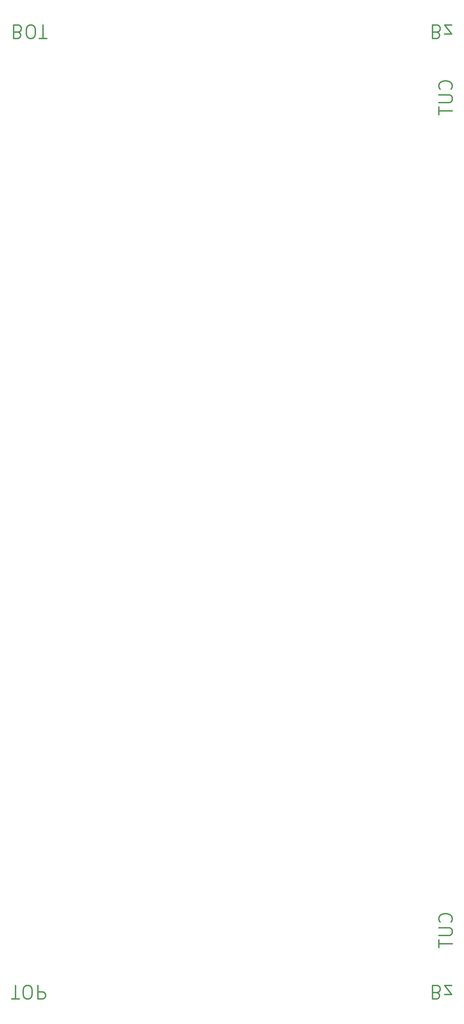
<source format=gbr>
%TF.GenerationSoftware,KiCad,Pcbnew,7.0.1-3b83917a11~172~ubuntu22.04.1*%
%TF.CreationDate,2023-12-10T14:17:30-05:00*%
%TF.ProjectId,coil_template_second,636f696c-5f74-4656-9d70-6c6174655f73,rev?*%
%TF.SameCoordinates,Original*%
%TF.FileFunction,Legend,Bot*%
%TF.FilePolarity,Positive*%
%FSLAX46Y46*%
G04 Gerber Fmt 4.6, Leading zero omitted, Abs format (unit mm)*
G04 Created by KiCad (PCBNEW 7.0.1-3b83917a11~172~ubuntu22.04.1) date 2023-12-10 14:17:30*
%MOMM*%
%LPD*%
G01*
G04 APERTURE LIST*
%ADD10C,2.000000*%
G04 APERTURE END LIST*
D10*
X732347619Y-1356190476D02*
X733300000Y-1355238095D01*
X733300000Y-1355238095D02*
X734252380Y-1352380952D01*
X734252380Y-1352380952D02*
X734252380Y-1350476190D01*
X734252380Y-1350476190D02*
X733300000Y-1347619047D01*
X733300000Y-1347619047D02*
X731395238Y-1345714285D01*
X731395238Y-1345714285D02*
X729490476Y-1344761904D01*
X729490476Y-1344761904D02*
X725680952Y-1343809523D01*
X725680952Y-1343809523D02*
X722823809Y-1343809523D01*
X722823809Y-1343809523D02*
X719014285Y-1344761904D01*
X719014285Y-1344761904D02*
X717109523Y-1345714285D01*
X717109523Y-1345714285D02*
X715204761Y-1347619047D01*
X715204761Y-1347619047D02*
X714252380Y-1350476190D01*
X714252380Y-1350476190D02*
X714252380Y-1352380952D01*
X714252380Y-1352380952D02*
X715204761Y-1355238095D01*
X715204761Y-1355238095D02*
X716157142Y-1356190476D01*
X714252380Y-1364761904D02*
X730442857Y-1364761904D01*
X730442857Y-1364761904D02*
X732347619Y-1365714285D01*
X732347619Y-1365714285D02*
X733300000Y-1366666666D01*
X733300000Y-1366666666D02*
X734252380Y-1368571428D01*
X734252380Y-1368571428D02*
X734252380Y-1372380952D01*
X734252380Y-1372380952D02*
X733300000Y-1374285714D01*
X733300000Y-1374285714D02*
X732347619Y-1375238095D01*
X732347619Y-1375238095D02*
X730442857Y-1376190476D01*
X730442857Y-1376190476D02*
X714252380Y-1376190476D01*
X714252380Y-1382857142D02*
X714252380Y-1394285714D01*
X734252380Y-1388571428D02*
X714252380Y-1388571428D01*
X711428571Y-31223809D02*
X714285714Y-30271428D01*
X714285714Y-30271428D02*
X715238095Y-29319047D01*
X715238095Y-29319047D02*
X716190476Y-27414285D01*
X716190476Y-27414285D02*
X716190476Y-24557142D01*
X716190476Y-24557142D02*
X715238095Y-22652380D01*
X715238095Y-22652380D02*
X714285714Y-21700000D01*
X714285714Y-21700000D02*
X712380952Y-20747619D01*
X712380952Y-20747619D02*
X704761904Y-20747619D01*
X704761904Y-20747619D02*
X704761904Y-40747619D01*
X704761904Y-40747619D02*
X711428571Y-40747619D01*
X711428571Y-40747619D02*
X713333333Y-39795238D01*
X713333333Y-39795238D02*
X714285714Y-38842857D01*
X714285714Y-38842857D02*
X715238095Y-36938095D01*
X715238095Y-36938095D02*
X715238095Y-35033333D01*
X715238095Y-35033333D02*
X714285714Y-33128571D01*
X714285714Y-33128571D02*
X713333333Y-32176190D01*
X713333333Y-32176190D02*
X711428571Y-31223809D01*
X711428571Y-31223809D02*
X704761904Y-31223809D01*
X722857142Y-34080952D02*
X733333333Y-34080952D01*
X733333333Y-34080952D02*
X722857142Y-20747619D01*
X722857142Y-20747619D02*
X733333333Y-20747619D01*
X732347619Y-116190476D02*
X733300000Y-115238095D01*
X733300000Y-115238095D02*
X734252380Y-112380952D01*
X734252380Y-112380952D02*
X734252380Y-110476190D01*
X734252380Y-110476190D02*
X733300000Y-107619047D01*
X733300000Y-107619047D02*
X731395238Y-105714285D01*
X731395238Y-105714285D02*
X729490476Y-104761904D01*
X729490476Y-104761904D02*
X725680952Y-103809523D01*
X725680952Y-103809523D02*
X722823809Y-103809523D01*
X722823809Y-103809523D02*
X719014285Y-104761904D01*
X719014285Y-104761904D02*
X717109523Y-105714285D01*
X717109523Y-105714285D02*
X715204761Y-107619047D01*
X715204761Y-107619047D02*
X714252380Y-110476190D01*
X714252380Y-110476190D02*
X714252380Y-112380952D01*
X714252380Y-112380952D02*
X715204761Y-115238095D01*
X715204761Y-115238095D02*
X716157142Y-116190476D01*
X714252380Y-124761904D02*
X730442857Y-124761904D01*
X730442857Y-124761904D02*
X732347619Y-125714285D01*
X732347619Y-125714285D02*
X733300000Y-126666666D01*
X733300000Y-126666666D02*
X734252380Y-128571428D01*
X734252380Y-128571428D02*
X734252380Y-132380952D01*
X734252380Y-132380952D02*
X733300000Y-134285714D01*
X733300000Y-134285714D02*
X732347619Y-135238095D01*
X732347619Y-135238095D02*
X730442857Y-136190476D01*
X730442857Y-136190476D02*
X714252380Y-136190476D01*
X714252380Y-142857142D02*
X714252380Y-154285714D01*
X734252380Y-148571428D02*
X714252380Y-148571428D01*
X76904761Y-1470747619D02*
X88333333Y-1470747619D01*
X82619047Y-1450747619D02*
X82619047Y-1470747619D01*
X98809523Y-1470747619D02*
X102619047Y-1470747619D01*
X102619047Y-1470747619D02*
X104523809Y-1469795238D01*
X104523809Y-1469795238D02*
X106428571Y-1467890476D01*
X106428571Y-1467890476D02*
X107380952Y-1464080952D01*
X107380952Y-1464080952D02*
X107380952Y-1457414285D01*
X107380952Y-1457414285D02*
X106428571Y-1453604761D01*
X106428571Y-1453604761D02*
X104523809Y-1451700000D01*
X104523809Y-1451700000D02*
X102619047Y-1450747619D01*
X102619047Y-1450747619D02*
X98809523Y-1450747619D01*
X98809523Y-1450747619D02*
X96904761Y-1451700000D01*
X96904761Y-1451700000D02*
X94999999Y-1453604761D01*
X94999999Y-1453604761D02*
X94047618Y-1457414285D01*
X94047618Y-1457414285D02*
X94047618Y-1464080952D01*
X94047618Y-1464080952D02*
X94999999Y-1467890476D01*
X94999999Y-1467890476D02*
X96904761Y-1469795238D01*
X96904761Y-1469795238D02*
X98809523Y-1470747619D01*
X115952380Y-1450747619D02*
X115952380Y-1470747619D01*
X115952380Y-1470747619D02*
X123571428Y-1470747619D01*
X123571428Y-1470747619D02*
X125476190Y-1469795238D01*
X125476190Y-1469795238D02*
X126428571Y-1468842857D01*
X126428571Y-1468842857D02*
X127380952Y-1466938095D01*
X127380952Y-1466938095D02*
X127380952Y-1464080952D01*
X127380952Y-1464080952D02*
X126428571Y-1462176190D01*
X126428571Y-1462176190D02*
X125476190Y-1461223809D01*
X125476190Y-1461223809D02*
X123571428Y-1460271428D01*
X123571428Y-1460271428D02*
X115952380Y-1460271428D01*
X86428571Y-31223809D02*
X89285714Y-30271428D01*
X89285714Y-30271428D02*
X90238095Y-29319047D01*
X90238095Y-29319047D02*
X91190476Y-27414285D01*
X91190476Y-27414285D02*
X91190476Y-24557142D01*
X91190476Y-24557142D02*
X90238095Y-22652380D01*
X90238095Y-22652380D02*
X89285714Y-21700000D01*
X89285714Y-21700000D02*
X87380952Y-20747619D01*
X87380952Y-20747619D02*
X79761904Y-20747619D01*
X79761904Y-20747619D02*
X79761904Y-40747619D01*
X79761904Y-40747619D02*
X86428571Y-40747619D01*
X86428571Y-40747619D02*
X88333333Y-39795238D01*
X88333333Y-39795238D02*
X89285714Y-38842857D01*
X89285714Y-38842857D02*
X90238095Y-36938095D01*
X90238095Y-36938095D02*
X90238095Y-35033333D01*
X90238095Y-35033333D02*
X89285714Y-33128571D01*
X89285714Y-33128571D02*
X88333333Y-32176190D01*
X88333333Y-32176190D02*
X86428571Y-31223809D01*
X86428571Y-31223809D02*
X79761904Y-31223809D01*
X103571428Y-40747619D02*
X107380952Y-40747619D01*
X107380952Y-40747619D02*
X109285714Y-39795238D01*
X109285714Y-39795238D02*
X111190476Y-37890476D01*
X111190476Y-37890476D02*
X112142857Y-34080952D01*
X112142857Y-34080952D02*
X112142857Y-27414285D01*
X112142857Y-27414285D02*
X111190476Y-23604761D01*
X111190476Y-23604761D02*
X109285714Y-21700000D01*
X109285714Y-21700000D02*
X107380952Y-20747619D01*
X107380952Y-20747619D02*
X103571428Y-20747619D01*
X103571428Y-20747619D02*
X101666666Y-21700000D01*
X101666666Y-21700000D02*
X99761904Y-23604761D01*
X99761904Y-23604761D02*
X98809523Y-27414285D01*
X98809523Y-27414285D02*
X98809523Y-34080952D01*
X98809523Y-34080952D02*
X99761904Y-37890476D01*
X99761904Y-37890476D02*
X101666666Y-39795238D01*
X101666666Y-39795238D02*
X103571428Y-40747619D01*
X117857142Y-40747619D02*
X129285714Y-40747619D01*
X123571428Y-20747619D02*
X123571428Y-40747619D01*
X711428571Y-1461223809D02*
X714285714Y-1460271428D01*
X714285714Y-1460271428D02*
X715238095Y-1459319047D01*
X715238095Y-1459319047D02*
X716190476Y-1457414285D01*
X716190476Y-1457414285D02*
X716190476Y-1454557142D01*
X716190476Y-1454557142D02*
X715238095Y-1452652380D01*
X715238095Y-1452652380D02*
X714285714Y-1451700000D01*
X714285714Y-1451700000D02*
X712380952Y-1450747619D01*
X712380952Y-1450747619D02*
X704761904Y-1450747619D01*
X704761904Y-1450747619D02*
X704761904Y-1470747619D01*
X704761904Y-1470747619D02*
X711428571Y-1470747619D01*
X711428571Y-1470747619D02*
X713333333Y-1469795238D01*
X713333333Y-1469795238D02*
X714285714Y-1468842857D01*
X714285714Y-1468842857D02*
X715238095Y-1466938095D01*
X715238095Y-1466938095D02*
X715238095Y-1465033333D01*
X715238095Y-1465033333D02*
X714285714Y-1463128571D01*
X714285714Y-1463128571D02*
X713333333Y-1462176190D01*
X713333333Y-1462176190D02*
X711428571Y-1461223809D01*
X711428571Y-1461223809D02*
X704761904Y-1461223809D01*
X722857142Y-1464080952D02*
X733333333Y-1464080952D01*
X733333333Y-1464080952D02*
X722857142Y-1450747619D01*
X722857142Y-1450747619D02*
X733333333Y-1450747619D01*
M02*

</source>
